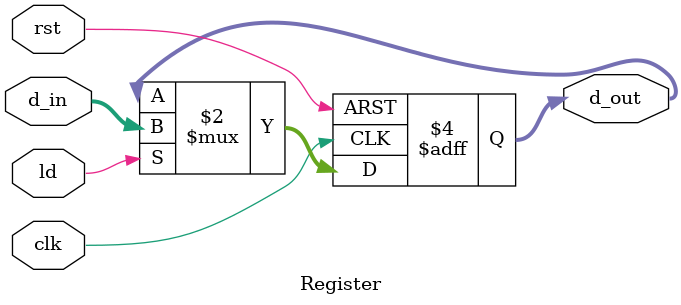
<source format=v>
module Register #(parameter WORD_LEN = 32) (
    input clk, rst, ld,
    input [WORD_LEN - 1:0] d_in,
    output reg [WORD_LEN - 1:0] d_out
);

    always @(posedge clk, posedge rst) begin
        if(rst)
            d_out <= 0;
        else if(ld)
            d_out <= d_in;
    end

endmodule 

</source>
